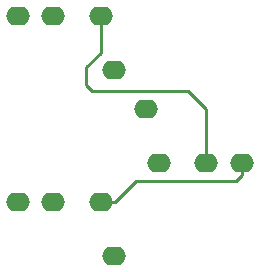
<source format=gtl>
G04 #@! TF.GenerationSoftware,KiCad,Pcbnew,5.1.5-52549c5~84~ubuntu16.04.1*
G04 #@! TF.CreationDate,2020-03-17T22:21:09-04:00*
G04 #@! TF.ProjectId,switch_adaptor,73776974-6368-45f6-9164-6170746f722e,1.0*
G04 #@! TF.SameCoordinates,Original*
G04 #@! TF.FileFunction,Copper,L1,Top*
G04 #@! TF.FilePolarity,Positive*
%FSLAX46Y46*%
G04 Gerber Fmt 4.6, Leading zero omitted, Abs format (unit mm)*
G04 Created by KiCad (PCBNEW 5.1.5-52549c5~84~ubuntu16.04.1) date 2020-03-17 22:21:09*
%MOMM*%
%LPD*%
G04 APERTURE LIST*
%ADD10O,2.000000X1.600000*%
%ADD11C,0.250000*%
G04 APERTURE END LIST*
D10*
X143234000Y-95228000D03*
X144334000Y-99828000D03*
X151334000Y-99828000D03*
X148334000Y-99828000D03*
X140484000Y-107718000D03*
X139384000Y-103118000D03*
X132384000Y-103118000D03*
X135384000Y-103118000D03*
X140484000Y-91970000D03*
X139384000Y-87370000D03*
X132384000Y-87370000D03*
X135384000Y-87370000D03*
D11*
X148334000Y-98778000D02*
X148334000Y-99828000D01*
X148334000Y-96776000D02*
X148334000Y-98778000D01*
X148334000Y-96594000D02*
X148334000Y-96776000D01*
X146812000Y-93726000D02*
X148334000Y-95248000D01*
X139384000Y-87370000D02*
X139384000Y-90486000D01*
X138684000Y-93726000D02*
X146812000Y-93726000D01*
X138176000Y-93218000D02*
X138684000Y-93726000D01*
X148334000Y-95248000D02*
X148334000Y-96776000D01*
X139384000Y-90486000D02*
X138176000Y-91694000D01*
X138176000Y-91694000D02*
X138176000Y-93218000D01*
X151334000Y-100878000D02*
X151334000Y-99828000D01*
X150872000Y-101340000D02*
X151334000Y-100878000D01*
X140634000Y-103118000D02*
X139384000Y-103118000D01*
X142412000Y-101340000D02*
X140634000Y-103118000D01*
X150872000Y-101340000D02*
X142412000Y-101340000D01*
M02*

</source>
